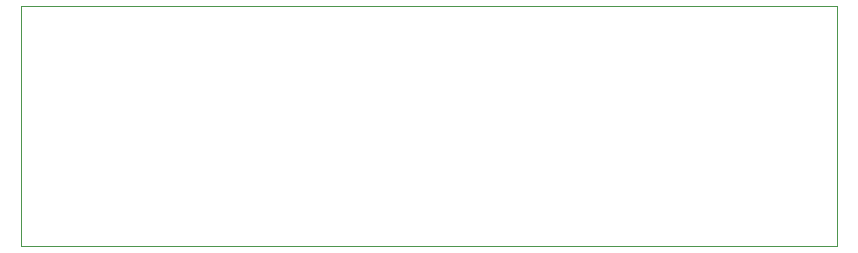
<source format=gbr>
%TF.GenerationSoftware,KiCad,Pcbnew,6.0.11-2627ca5db0~126~ubuntu20.04.1*%
%TF.CreationDate,2023-02-14T16:49:56+01:00*%
%TF.ProjectId,pmod_sfp,706d6f64-5f73-4667-902e-6b696361645f,rev?*%
%TF.SameCoordinates,Original*%
%TF.FileFunction,Profile,NP*%
%FSLAX46Y46*%
G04 Gerber Fmt 4.6, Leading zero omitted, Abs format (unit mm)*
G04 Created by KiCad (PCBNEW 6.0.11-2627ca5db0~126~ubuntu20.04.1) date 2023-02-14 16:49:56*
%MOMM*%
%LPD*%
G01*
G04 APERTURE LIST*
%TA.AperFunction,Profile*%
%ADD10C,0.100000*%
%TD*%
G04 APERTURE END LIST*
D10*
X179832000Y-81280000D02*
X110744000Y-81280000D01*
X110744000Y-81280000D02*
X110744000Y-62992000D01*
X110744000Y-62992000D02*
X110744000Y-60960000D01*
X110744000Y-60960000D02*
X179832000Y-60960000D01*
X179832000Y-60960000D02*
X179832000Y-81280000D01*
M02*

</source>
